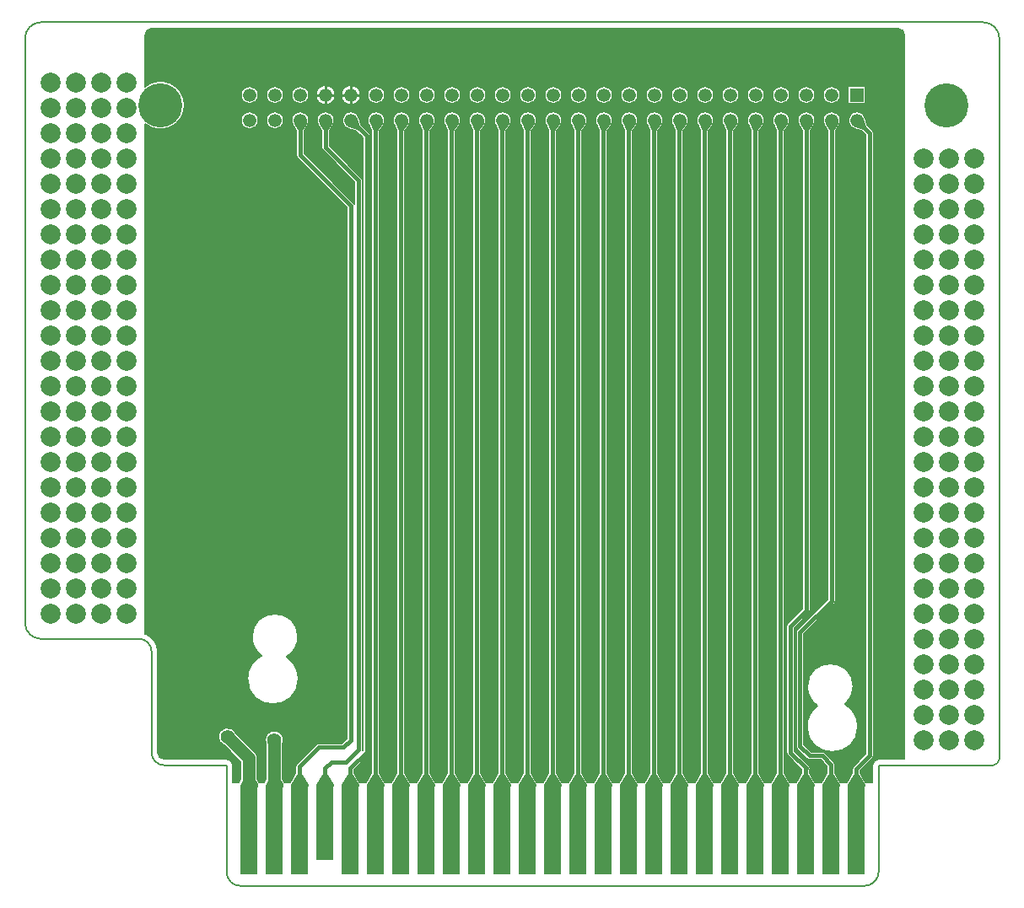
<source format=gbr>
G04 DesignSpark PCB PRO Gerber Version 10.0 Build 5299*
G04 #@! TF.Part,Single*
G04 #@! TF.FileFunction,Copper,L1,Top*
G04 #@! TF.FilePolarity,Positive*
%FSLAX35Y35*%
%MOIN*%
G04 #@! TA.AperFunction,SMDPad,CuDef*
%ADD95R,0.06693X0.29528*%
%ADD94R,0.06693X0.35433*%
G04 #@! TA.AperFunction,ComponentPad*
%ADD120R,0.05250X0.05250*%
G04 #@! TD.AperFunction*
%ADD23C,0.00500*%
%ADD86C,0.01000*%
%ADD89C,0.01500*%
G04 #@! TA.AperFunction,ViaPad*
%ADD92C,0.03200*%
G04 #@! TD.AperFunction*
%ADD88C,0.05000*%
G04 #@! TA.AperFunction,ComponentPad*
%ADD121C,0.05250*%
G04 #@! TA.AperFunction,ViaPad*
%ADD119C,0.05600*%
G04 #@! TA.AperFunction,WasherPad*
%ADD93C,0.07874*%
G04 #@! TA.AperFunction,ComponentPad*
%ADD122C,0.17400*%
G04 #@! TD.AperFunction*
X0Y0D02*
D02*
D23*
X104985Y310815D02*
Y109244D01*
G75*
G02*
X109953Y102207I-2500J-7038D01*
G01*
Y62207D01*
G75*
G03*
X112485Y59675I2531J0D01*
G01*
X137170D01*
G75*
G02*
X139638Y57207I0J-2469D01*
G01*
Y50595D01*
X142037D01*
G75*
G02*
X142239Y51009I3105J-1264D01*
G01*
X142636Y51697D01*
Y58564D01*
X136139Y65061D01*
G75*
G02*
X133832Y68457I1346J3396D01*
G01*
G75*
G02*
X140880Y69802I3652J0D01*
G01*
X148356Y62326D01*
G75*
G02*
X149341Y59953I-2368J-2373D01*
G01*
Y51697D01*
X149738Y51009D01*
G75*
G02*
X149941Y50595I-2903J-1677D01*
G01*
X152037D01*
G75*
G02*
X152239Y51009I3105J-1264D01*
G01*
X152636Y51697D01*
Y65757D01*
G75*
G02*
X152336Y67207I3352J1450D01*
G01*
G75*
G02*
X159641I3652J0D01*
G01*
G75*
G02*
X159341Y65757I-3652J0D01*
G01*
Y51697D01*
X159738Y51009D01*
G75*
G02*
X159941Y50595I-2903J-1677D01*
G01*
X162271D01*
X164386Y54259D01*
Y56661D01*
G75*
G02*
X164857Y57796I1602J0D01*
G01*
X172515Y65454D01*
G75*
G02*
X173650Y65926I1135J-1131D01*
G01*
X182721D01*
X184528Y67733D01*
Y277793D01*
X165104Y297218D01*
G75*
G02*
X164632Y298353I1131J1135D01*
G01*
Y308028D01*
X163246Y310428D01*
G75*
G02*
X162757Y312206I2988J1778D01*
G01*
Y312207D01*
G75*
G02*
X169712I3478J0D01*
G01*
Y312206D01*
G75*
G02*
X169223Y310428I-3477J0D01*
G01*
X167837Y308028D01*
Y299017D01*
X187262Y279592D01*
G75*
G02*
X187648Y278970I-1131J-1135D01*
G01*
Y287793D01*
X175104Y300338D01*
G75*
G02*
X174632Y301473I1131J1135D01*
G01*
Y308028D01*
X173246Y310428D01*
G75*
G02*
X172757Y312206I2988J1778D01*
G01*
Y312207D01*
G75*
G02*
X179712I3478J0D01*
G01*
Y312206D01*
G75*
G02*
X179223Y310428I-3477J0D01*
G01*
X177837Y308028D01*
Y302137D01*
X190382Y289592D01*
G75*
G02*
X190853Y288457I-1131J-1135D01*
G01*
Y63457D01*
G75*
G02*
X190795Y63029I-1603J-1D01*
G01*
X190882Y63117D01*
Y305293D01*
X188056Y308119D01*
X185392Y308833D01*
G75*
G02*
X186235Y315684I843J3374D01*
G01*
G75*
G02*
X189609Y313049I0J-3478D01*
G01*
X190322Y310385D01*
X193616Y307092D01*
G75*
G02*
X194087Y305957I-1131J-1135D01*
G01*
Y62456D01*
G75*
G02*
Y62454I-621J-1D01*
G01*
G75*
G02*
Y62453I-627J0D01*
G01*
G75*
G02*
X193618Y61320I-1602J0D01*
G01*
X187591Y55293D01*
Y54259D01*
X189706Y50595D01*
X192271D01*
X194386Y54259D01*
Y308092D01*
X193142Y310617D01*
G75*
G02*
X196235Y315684I3093J1590D01*
G01*
G75*
G02*
X199100Y310236I0J-3478D01*
G01*
X197591Y307979D01*
Y54259D01*
X199706Y50595D01*
X202271D01*
X204386Y54259D01*
Y308092D01*
X203142Y310617D01*
G75*
G02*
X206235Y315684I3093J1590D01*
G01*
G75*
G02*
X209100Y310236I0J-3478D01*
G01*
X207591Y307979D01*
Y54259D01*
X209706Y50595D01*
X212271D01*
X214386Y54259D01*
Y308092D01*
X213142Y310617D01*
G75*
G02*
X216235Y315684I3093J1590D01*
G01*
G75*
G02*
X219100Y310236I0J-3478D01*
G01*
X217591Y307979D01*
Y54259D01*
X219706Y50595D01*
X222271D01*
X224386Y54259D01*
Y308092D01*
X223142Y310617D01*
G75*
G02*
X226235Y315684I3093J1590D01*
G01*
G75*
G02*
X229100Y310236I0J-3478D01*
G01*
X227591Y307979D01*
Y54259D01*
X229706Y50595D01*
X232271D01*
X234386Y54259D01*
Y308092D01*
X233142Y310617D01*
G75*
G02*
X236235Y315684I3093J1590D01*
G01*
G75*
G02*
X239100Y310236I0J-3478D01*
G01*
X237591Y307979D01*
Y54259D01*
X239706Y50595D01*
X242271D01*
X244386Y54259D01*
Y308092D01*
X243142Y310617D01*
G75*
G02*
X246235Y315684I3093J1590D01*
G01*
G75*
G02*
X249100Y310236I0J-3478D01*
G01*
X247591Y307979D01*
Y54259D01*
X249706Y50595D01*
X252271D01*
X254386Y54259D01*
Y308092D01*
X253142Y310617D01*
G75*
G02*
X256235Y315684I3093J1590D01*
G01*
G75*
G02*
X259100Y310236I0J-3478D01*
G01*
X257591Y307979D01*
Y54259D01*
X259706Y50595D01*
X262271D01*
X264386Y54259D01*
Y308092D01*
X263142Y310617D01*
G75*
G02*
X266235Y315684I3093J1590D01*
G01*
G75*
G02*
X269100Y310236I0J-3478D01*
G01*
X267591Y307979D01*
Y54259D01*
X269706Y50595D01*
X272271D01*
X274386Y54259D01*
Y308092D01*
X273142Y310617D01*
G75*
G02*
X276235Y315684I3093J1590D01*
G01*
G75*
G02*
X279100Y310236I0J-3478D01*
G01*
X277591Y307979D01*
Y54259D01*
X279706Y50595D01*
X282271D01*
X284386Y54259D01*
Y308092D01*
X283142Y310617D01*
G75*
G02*
X286235Y315684I3093J1590D01*
G01*
G75*
G02*
X289100Y310236I0J-3478D01*
G01*
X287591Y307979D01*
Y54259D01*
X289706Y50595D01*
X292271D01*
X294386Y54259D01*
Y308092D01*
X293142Y310617D01*
G75*
G02*
X296235Y315684I3093J1590D01*
G01*
G75*
G02*
X299100Y310236I0J-3478D01*
G01*
X297591Y307979D01*
Y54259D01*
X299706Y50595D01*
X302271D01*
X304386Y54259D01*
Y308092D01*
X303142Y310617D01*
G75*
G02*
X306235Y315684I3093J1590D01*
G01*
G75*
G02*
X309100Y310236I0J-3478D01*
G01*
X307591Y307979D01*
Y54259D01*
X309706Y50595D01*
X312271D01*
X314386Y54259D01*
Y308092D01*
X313142Y310617D01*
G75*
G02*
X316235Y315684I3093J1590D01*
G01*
G75*
G02*
X319100Y310236I0J-3478D01*
G01*
X317591Y307979D01*
Y54259D01*
X319706Y50595D01*
X322271D01*
X324386Y54259D01*
Y308092D01*
X323142Y310617D01*
G75*
G02*
X326235Y315684I3093J1590D01*
G01*
G75*
G02*
X329100Y310236I0J-3478D01*
G01*
X327591Y307979D01*
Y54259D01*
X329706Y50595D01*
X332271D01*
X334386Y54259D01*
Y308092D01*
X333142Y310617D01*
G75*
G02*
X336235Y315684I3093J1590D01*
G01*
G75*
G02*
X339100Y310236I0J-3478D01*
G01*
X337591Y307979D01*
Y54259D01*
X339706Y50595D01*
X342271D01*
X344386Y54259D01*
Y308092D01*
X343142Y310617D01*
G75*
G02*
X346235Y315684I3093J1590D01*
G01*
G75*
G02*
X349100Y310236I0J-3478D01*
G01*
X347591Y307979D01*
Y54259D01*
X349706Y50595D01*
X352271D01*
X354386Y54259D01*
Y308092D01*
X353142Y310617D01*
G75*
G02*
X356235Y315684I3093J1590D01*
G01*
G75*
G02*
X359100Y310236I0J-3478D01*
G01*
X357591Y307979D01*
Y54259D01*
X359706Y50595D01*
X362271D01*
X364386Y54259D01*
Y55539D01*
X358854Y61072D01*
G75*
G02*
X358382Y62207I1131J1135D01*
G01*
Y112207D01*
G75*
G02*
X358854Y113342I1602J0D01*
G01*
X364632Y119120D01*
Y308028D01*
X363246Y310428D01*
G75*
G02*
X362757Y312206I2988J1778D01*
G01*
Y312207D01*
G75*
G02*
X369712I3478J0D01*
G01*
Y312206D01*
G75*
G02*
X369223Y310428I-3477J0D01*
G01*
X367837Y308028D01*
Y118457D01*
G75*
G02*
X367366Y117322I-1602J0D01*
G01*
X361587Y111543D01*
Y62870D01*
X367363Y57094D01*
G75*
G02*
X367591Y55104I-1129J-1137D01*
G01*
Y54259D01*
X369706Y50595D01*
X372271D01*
X374386Y54259D01*
Y56789D01*
X371821Y59354D01*
X367488D01*
G75*
G02*
X366352Y59824I-3J1602D01*
G01*
X362602Y63574D01*
G75*
G02*
X362132Y64707I1133J1133D01*
G01*
G75*
G02*
Y64710I621J2D01*
G01*
Y109707D01*
G75*
G02*
X362604Y110842I1602J0D01*
G01*
X374632Y122870D01*
Y308028D01*
X373246Y310428D01*
G75*
G02*
X372757Y312206I2988J1778D01*
G01*
Y312207D01*
G75*
G02*
X379712I3478J0D01*
G01*
Y312206D01*
G75*
G02*
X379223Y310428I-3477J0D01*
G01*
X377837Y308028D01*
Y122207D01*
G75*
G02*
X377366Y121072I-1602J0D01*
G01*
X365337Y109043D01*
Y65370D01*
X368148Y62559D01*
X372485D01*
G75*
G02*
X373620Y62088I0J-1602D01*
G01*
X377120Y58588D01*
G75*
G02*
X377591Y57453I-1131J-1135D01*
G01*
Y54259D01*
X379706Y50595D01*
X382271D01*
X384386Y54259D01*
Y55711D01*
G75*
G02*
X384857Y56846I1602J0D01*
G01*
X389632Y61620D01*
Y306543D01*
X388056Y308119D01*
X385392Y308833D01*
G75*
G02*
X386235Y315684I843J3374D01*
G01*
G75*
G02*
X389609Y313049I0J-3478D01*
G01*
X390322Y310385D01*
X392366Y308342D01*
G75*
G02*
X392837Y307207I-1131J-1135D01*
G01*
Y60957D01*
G75*
G02*
X392366Y59822I-1602J0D01*
G01*
X387591Y55047D01*
Y54259D01*
X389706Y50595D01*
X392339D01*
Y57207D01*
G75*
G02*
X394807Y59675I2469J0D01*
G01*
X404985D01*
Y345957D01*
G75*
G03*
X402485Y348457I-2500J0D01*
G01*
X107485D01*
G75*
G03*
X104985Y345957I0J-2500D01*
G01*
Y325599D01*
G75*
G02*
X120587Y318207I6050J-7392D01*
G01*
G75*
G02*
X104985Y310815I-9552J0D01*
G01*
X142757Y312207D02*
G75*
G02*
X149712I3478J0D01*
G01*
G75*
G02*
X142757I-3478J0D01*
G01*
X160750Y100054D02*
G75*
G02*
X165542Y91459I-5313J-8595D01*
G01*
G75*
G02*
X145333I-10104J0D01*
G01*
G75*
G02*
X151009Y100541I10104J0D01*
G01*
G75*
G02*
X147144Y107994I5256J7454D01*
G01*
G75*
G02*
X165384I9120J0D01*
G01*
G75*
G02*
X160750Y100054I-9120J0D01*
G01*
X142757Y322207D02*
G75*
G02*
X149712I3478J0D01*
G01*
G75*
G02*
X142757I-3478J0D01*
G01*
X152757Y312207D02*
G75*
G02*
X159712I3478J0D01*
G01*
G75*
G02*
X152757I-3478J0D01*
G01*
Y322207D02*
G75*
G02*
X159712I3478J0D01*
G01*
G75*
G02*
X152757I-3478J0D01*
G01*
X162757D02*
G75*
G02*
X169712I3478J0D01*
G01*
G75*
G02*
X162757I-3478J0D01*
G01*
X172359D02*
G75*
G02*
X180110I3875J0D01*
G01*
G75*
G02*
X172359I-3875J0D01*
G01*
X182359D02*
G75*
G02*
X190110I3875J0D01*
G01*
G75*
G02*
X182359I-3875J0D01*
G01*
X192757D02*
G75*
G02*
X199712I3478J0D01*
G01*
G75*
G02*
X192757I-3478J0D01*
G01*
X202757D02*
G75*
G02*
X209712I3478J0D01*
G01*
G75*
G02*
X202757I-3478J0D01*
G01*
X212757D02*
G75*
G02*
X219712I3478J0D01*
G01*
G75*
G02*
X212757I-3478J0D01*
G01*
X222757D02*
G75*
G02*
X229712I3478J0D01*
G01*
G75*
G02*
X222757I-3478J0D01*
G01*
X232757D02*
G75*
G02*
X239712I3478J0D01*
G01*
G75*
G02*
X232757I-3478J0D01*
G01*
X242757D02*
G75*
G02*
X249712I3478J0D01*
G01*
G75*
G02*
X242757I-3478J0D01*
G01*
X252757D02*
G75*
G02*
X259712I3478J0D01*
G01*
G75*
G02*
X252757I-3478J0D01*
G01*
X262757D02*
G75*
G02*
X269712I3478J0D01*
G01*
G75*
G02*
X262757I-3478J0D01*
G01*
X272757D02*
G75*
G02*
X279712I3478J0D01*
G01*
G75*
G02*
X272757I-3478J0D01*
G01*
X282757D02*
G75*
G02*
X289712I3478J0D01*
G01*
G75*
G02*
X282757I-3478J0D01*
G01*
X292757D02*
G75*
G02*
X299712I3478J0D01*
G01*
G75*
G02*
X292757I-3478J0D01*
G01*
X302757D02*
G75*
G02*
X309712I3478J0D01*
G01*
G75*
G02*
X302757I-3478J0D01*
G01*
X312757D02*
G75*
G02*
X319712I3478J0D01*
G01*
G75*
G02*
X312757I-3478J0D01*
G01*
X322757D02*
G75*
G02*
X329712I3478J0D01*
G01*
G75*
G02*
X322757I-3478J0D01*
G01*
X332757D02*
G75*
G02*
X339712I3478J0D01*
G01*
G75*
G02*
X332757I-3478J0D01*
G01*
X342757D02*
G75*
G02*
X349712I3478J0D01*
G01*
G75*
G02*
X342757I-3478J0D01*
G01*
X352757D02*
G75*
G02*
X359712I3478J0D01*
G01*
G75*
G02*
X352757I-3478J0D01*
G01*
X362757D02*
G75*
G02*
X369712I3478J0D01*
G01*
G75*
G02*
X362757I-3478J0D01*
G01*
X372757D02*
G75*
G02*
X379712I3478J0D01*
G01*
G75*
G02*
X372757I-3478J0D01*
G01*
X382756Y325683D02*
X389713D01*
Y318730D01*
X382756D01*
Y325683D01*
X381574Y81322D02*
G75*
G02*
X386644Y72561I-5035J-8761D01*
G01*
G75*
G02*
X366435I-10104J0D01*
G01*
G75*
G02*
X370616Y80746I10104J0D01*
G01*
G75*
G02*
X366593Y88309I5098J7563D01*
G01*
G75*
G02*
X384833I9120J0D01*
G01*
G75*
G02*
X381574Y81322I-9120J0D01*
G01*
X109953Y62207D02*
G36*
X109953Y62207D02*
Y62206D01*
G75*
G03*
X112485Y59675I2531J0D01*
G01*
X137170D01*
G75*
G02*
X139638Y57207I0J-2468D01*
G01*
Y50845D01*
X142150D01*
G75*
G02*
X142239Y51009I2987J-1513D01*
G01*
X142636Y51697D01*
Y58564D01*
X136139Y65061D01*
G75*
G02*
X133832Y68457I1346J3396D01*
G01*
G75*
G02*
X140880Y69802I3652J0D01*
G01*
X148356Y62326D01*
G75*
G02*
X149341Y59953I-2368J-2373D01*
G01*
Y51697D01*
X149738Y51009D01*
G75*
G02*
X149827Y50845I-2898J-1677D01*
G01*
X152150D01*
G75*
G02*
X152239Y51009I2987J-1513D01*
G01*
X152636Y51697D01*
Y65757D01*
G75*
G02*
X152336Y67207I3361J1452D01*
G01*
G75*
G02*
X159641I3652J0D01*
G01*
G75*
G02*
X159341Y65757I-3661J2D01*
G01*
Y51697D01*
X159738Y51009D01*
G75*
G02*
X159827Y50845I-2898J-1677D01*
G01*
X162415D01*
X164386Y54259D01*
Y56661D01*
Y56662D01*
G75*
G02*
X164857Y57796I1602J0D01*
G01*
X172515Y65454D01*
G75*
G02*
X173650Y65926I1135J-1130D01*
G01*
X182721D01*
X184528Y67733D01*
Y79943D01*
X109953D01*
Y62207D01*
G37*
X187591Y55293D02*
G36*
X187591Y55293D02*
Y54259D01*
X189562Y50845D01*
X192415D01*
X194386Y54259D01*
Y79943D01*
X194087D01*
Y62456D01*
Y62454D01*
Y62453D01*
G75*
G02*
X193618Y61320I-1603J0D01*
G01*
X187591Y55293D01*
G37*
X190853Y63457D02*
G36*
X190853Y63457D02*
G75*
G02*
X190795Y63029I-1612J0D01*
G01*
X190882Y63117D01*
Y79943D01*
X190853D01*
Y63457D01*
G37*
X197591Y79943D02*
G36*
X197591Y79943D02*
Y54259D01*
X199562Y50845D01*
X202415D01*
X204386Y54259D01*
Y79943D01*
X197591D01*
G37*
X207591D02*
G36*
X207591Y79943D02*
Y54259D01*
X209562Y50845D01*
X212415D01*
X214386Y54259D01*
Y79943D01*
X207591D01*
G37*
X217591D02*
G36*
X217591Y79943D02*
Y54259D01*
X219562Y50845D01*
X222415D01*
X224386Y54259D01*
Y79943D01*
X217591D01*
G37*
X227591D02*
G36*
X227591Y79943D02*
Y54259D01*
X229562Y50845D01*
X232415D01*
X234386Y54259D01*
Y79943D01*
X227591D01*
G37*
X237591D02*
G36*
X237591Y79943D02*
Y54259D01*
X239562Y50845D01*
X242415D01*
X244386Y54259D01*
Y79943D01*
X237591D01*
G37*
X247591D02*
G36*
X247591Y79943D02*
Y54259D01*
X249562Y50845D01*
X252415D01*
X254386Y54259D01*
Y79943D01*
X247591D01*
G37*
X257591D02*
G36*
X257591Y79943D02*
Y54259D01*
X259562Y50845D01*
X262415D01*
X264386Y54259D01*
Y79943D01*
X257591D01*
G37*
X267591D02*
G36*
X267591Y79943D02*
Y54259D01*
X269562Y50845D01*
X272415D01*
X274386Y54259D01*
Y79943D01*
X267591D01*
G37*
X277591D02*
G36*
X277591Y79943D02*
Y54259D01*
X279562Y50845D01*
X282415D01*
X284386Y54259D01*
Y79943D01*
X277591D01*
G37*
X287591D02*
G36*
X287591Y79943D02*
Y54259D01*
X289562Y50845D01*
X292415D01*
X294386Y54259D01*
Y79943D01*
X287591D01*
G37*
X297591D02*
G36*
X297591Y79943D02*
Y54259D01*
X299562Y50845D01*
X302415D01*
X304386Y54259D01*
Y79943D01*
X297591D01*
G37*
X307591D02*
G36*
X307591Y79943D02*
Y54259D01*
X309562Y50845D01*
X312415D01*
X314386Y54259D01*
Y79943D01*
X307591D01*
G37*
X317591D02*
G36*
X317591Y79943D02*
Y54259D01*
X319562Y50845D01*
X322415D01*
X324386Y54259D01*
Y79943D01*
X317591D01*
G37*
X327591D02*
G36*
X327591Y79943D02*
Y54259D01*
X329562Y50845D01*
X332415D01*
X334386Y54259D01*
Y79943D01*
X327591D01*
G37*
X337591D02*
G36*
X337591Y79943D02*
Y54259D01*
X339562Y50845D01*
X342415D01*
X344386Y54259D01*
Y79943D01*
X337591D01*
G37*
X347591D02*
G36*
X347591Y79943D02*
Y54259D01*
X349562Y50845D01*
X352415D01*
X354386Y54259D01*
Y79943D01*
X347591D01*
G37*
X357591D02*
G36*
X357591Y79943D02*
Y54259D01*
X359562Y50845D01*
X362415D01*
X364386Y54259D01*
Y55539D01*
X358854Y61072D01*
G75*
G02*
X358382Y62206I1130J1135D01*
G01*
Y62207D01*
Y79943D01*
X357591D01*
G37*
X361587D02*
G36*
X361587Y79943D02*
Y62870D01*
X367363Y57094D01*
G75*
G02*
X367837Y55957I-1128J-1137D01*
G01*
G75*
G02*
X367591Y55104I-1602J0D01*
G01*
Y54259D01*
X369562Y50845D01*
X372415D01*
X374386Y54259D01*
Y56789D01*
X371821Y59354D01*
X367488D01*
G75*
G02*
X366352Y59824I-4J1601D01*
G01*
X362602Y63574D01*
G75*
G02*
X362132Y64707I1133J1133D01*
G01*
Y64707D01*
Y64710D01*
Y79943D01*
X361587D01*
G37*
X365337D02*
G36*
X365337Y79943D02*
Y65370D01*
X368148Y62559D01*
X372485D01*
G75*
G02*
X373620Y62088I0J-1602D01*
G01*
X377120Y58588D01*
G75*
G02*
X377591Y57453I-1130J-1135D01*
G01*
Y57453D01*
Y54259D01*
X379562Y50845D01*
X382415D01*
X384386Y54259D01*
Y55711D01*
Y55711D01*
G75*
G02*
X384857Y56846I1602J0D01*
G01*
X389632Y61620D01*
Y79943D01*
X383439D01*
G75*
G02*
X386644Y72562I-6898J-7381D01*
G01*
G75*
G02*
Y72561I-15038J0D01*
G01*
G75*
G02*
X366435I-10104J0D01*
G01*
G75*
G02*
X369640Y79943I10105J0D01*
G01*
X365337D01*
G37*
X387591Y55047D02*
G36*
X387591Y55047D02*
Y54259D01*
X389562Y50845D01*
X392339D01*
Y57207D01*
G75*
G02*
X394807Y59675I2469J1D01*
G01*
X404735D01*
Y79943D01*
X392837D01*
Y60957D01*
Y60956D01*
G75*
G02*
X392366Y59822I-1602J0D01*
G01*
X387591Y55047D01*
G37*
X109953Y99234D02*
G36*
X109953Y99234D02*
Y79943D01*
X184528D01*
Y99234D01*
X161890D01*
G75*
G02*
X165542Y91459I-6452J-7775D01*
G01*
Y91459D01*
G75*
G02*
X145333I-10104J0D01*
G01*
Y91459D01*
G75*
G02*
X148985Y99234I10104J0D01*
G01*
X109953D01*
G37*
X190853D02*
G36*
X190853Y99234D02*
Y79943D01*
X190882D01*
Y99234D01*
X190853D01*
G37*
X194087D02*
G36*
X194087Y99234D02*
Y79943D01*
X194386D01*
Y99234D01*
X194087D01*
G37*
X197591D02*
G36*
X197591Y99234D02*
Y79943D01*
X204386D01*
Y99234D01*
X197591D01*
G37*
X207591D02*
G36*
X207591Y99234D02*
Y79943D01*
X214386D01*
Y99234D01*
X207591D01*
G37*
X217591D02*
G36*
X217591Y99234D02*
Y79943D01*
X224386D01*
Y99234D01*
X217591D01*
G37*
X227591D02*
G36*
X227591Y99234D02*
Y79943D01*
X234386D01*
Y99234D01*
X227591D01*
G37*
X237591D02*
G36*
X237591Y99234D02*
Y79943D01*
X244386D01*
Y99234D01*
X237591D01*
G37*
X247591D02*
G36*
X247591Y99234D02*
Y79943D01*
X254386D01*
Y99234D01*
X247591D01*
G37*
X257591D02*
G36*
X257591Y99234D02*
Y79943D01*
X264386D01*
Y99234D01*
X257591D01*
G37*
X267591D02*
G36*
X267591Y99234D02*
Y79943D01*
X274386D01*
Y99234D01*
X267591D01*
G37*
X277591D02*
G36*
X277591Y99234D02*
Y79943D01*
X284386D01*
Y99234D01*
X277591D01*
G37*
X287591D02*
G36*
X287591Y99234D02*
Y79943D01*
X294386D01*
Y99234D01*
X287591D01*
G37*
X297591D02*
G36*
X297591Y99234D02*
Y79943D01*
X304386D01*
Y99234D01*
X297591D01*
G37*
X307591D02*
G36*
X307591Y99234D02*
Y79943D01*
X314386D01*
Y99234D01*
X307591D01*
G37*
X317591D02*
G36*
X317591Y99234D02*
Y79943D01*
X324386D01*
Y99234D01*
X317591D01*
G37*
X327591D02*
G36*
X327591Y99234D02*
Y79943D01*
X334386D01*
Y99234D01*
X327591D01*
G37*
X337591D02*
G36*
X337591Y99234D02*
Y79943D01*
X344386D01*
Y99234D01*
X337591D01*
G37*
X347591D02*
G36*
X347591Y99234D02*
Y79943D01*
X354386D01*
Y99234D01*
X347591D01*
G37*
X357591D02*
G36*
X357591Y99234D02*
Y79943D01*
X358382D01*
Y99234D01*
X357591D01*
G37*
X361587D02*
G36*
X361587Y99234D02*
Y79943D01*
X362132D01*
Y99234D01*
X361587D01*
G37*
X365337D02*
G36*
X365337Y99234D02*
Y79943D01*
X369640D01*
G75*
G02*
X370616Y80746I6900J-7384D01*
G01*
G75*
G02*
X366593Y88309I5098J7563D01*
G01*
G75*
G02*
X384833I9120J0D01*
G01*
Y88309D01*
G75*
G02*
X381574Y81322I-9120J0D01*
G01*
G75*
G02*
X383439Y79943I-5034J-8760D01*
G01*
X389632D01*
Y99234D01*
X365337D01*
G37*
X392837D02*
G36*
X392837Y99234D02*
Y79943D01*
X404735D01*
Y99234D01*
X392837D01*
G37*
X105235Y310617D02*
G36*
X105235Y310617D02*
Y109151D01*
G75*
G02*
X109953Y102207I-2750J-6944D01*
G01*
Y99234D01*
X148985D01*
G75*
G02*
X151009Y100541I6452J-7776D01*
G01*
G75*
G02*
X147144Y107994I5256J7454D01*
G01*
G75*
G02*
X165384I9120J0D01*
G01*
G75*
G02*
X160750Y100054I-9120J0D01*
G01*
G75*
G02*
X161890Y99234I-5313J-8596D01*
G01*
X184528D01*
Y277793D01*
X165104Y297218D01*
G75*
G02*
X164632Y298352I1130J1135D01*
G01*
Y298353D01*
Y308028D01*
X163246Y310428D01*
G75*
G02*
X162757Y312206I2986J1778D01*
G01*
Y312206D01*
Y312207D01*
X159712D01*
G75*
G02*
X152757I-3478J0D01*
G01*
X149712D01*
G75*
G02*
X142757I-3478J0D01*
G01*
X118467D01*
G75*
G02*
X105235Y310617I-7433J6000D01*
G01*
G37*
X167837Y308028D02*
G36*
X167837Y308028D02*
Y299017D01*
X187262Y279592D01*
G75*
G02*
X187648Y278970I-1133J-1136D01*
G01*
Y287793D01*
X175104Y300338D01*
G75*
G02*
X174632Y301472I1130J1135D01*
G01*
Y301473D01*
Y308028D01*
X173246Y310428D01*
G75*
G02*
X172757Y312206I2986J1778D01*
G01*
Y312206D01*
Y312207D01*
X169712D01*
Y312206D01*
Y312206D01*
G75*
G02*
X169223Y310428I-3475J0D01*
G01*
X167837Y308028D01*
G37*
X177837D02*
G36*
X177837Y308028D02*
Y302137D01*
X190382Y289592D01*
G75*
G02*
X190853Y288457I-1130J-1135D01*
G01*
Y288457D01*
Y99234D01*
X190882D01*
Y305293D01*
X188056Y308119D01*
X185392Y308833D01*
G75*
G02*
X182757Y312207I843J3374D01*
G01*
X179712D01*
Y312206D01*
Y312206D01*
G75*
G02*
X179223Y310428I-3475J0D01*
G01*
X177837Y308028D01*
G37*
X189834Y312207D02*
G36*
X189834Y312207D02*
X190322Y310385D01*
X193616Y307092D01*
G75*
G02*
X194087Y305957I-1130J-1135D01*
G01*
Y305957D01*
Y99234D01*
X194386D01*
Y308092D01*
X193142Y310617D01*
G75*
G02*
X192757Y312207I3093J1591D01*
G01*
X189834D01*
G37*
X197591Y307979D02*
G36*
X197591Y307979D02*
Y99234D01*
X204386D01*
Y308092D01*
X203142Y310617D01*
G75*
G02*
X202757Y312207I3093J1591D01*
G01*
X199712D01*
G75*
G02*
X199100Y310236I-3478J0D01*
G01*
X197591Y307979D01*
G37*
X207591D02*
G36*
X207591Y307979D02*
Y99234D01*
X214386D01*
Y308092D01*
X213142Y310617D01*
G75*
G02*
X212757Y312207I3093J1591D01*
G01*
X209712D01*
G75*
G02*
X209100Y310236I-3478J0D01*
G01*
X207591Y307979D01*
G37*
X217591D02*
G36*
X217591Y307979D02*
Y99234D01*
X224386D01*
Y308092D01*
X223142Y310617D01*
G75*
G02*
X222757Y312207I3093J1591D01*
G01*
X219712D01*
G75*
G02*
X219100Y310236I-3478J0D01*
G01*
X217591Y307979D01*
G37*
X227591D02*
G36*
X227591Y307979D02*
Y99234D01*
X234386D01*
Y308092D01*
X233142Y310617D01*
G75*
G02*
X232757Y312207I3093J1591D01*
G01*
X229712D01*
G75*
G02*
X229100Y310236I-3478J0D01*
G01*
X227591Y307979D01*
G37*
X237591D02*
G36*
X237591Y307979D02*
Y99234D01*
X244386D01*
Y308092D01*
X243142Y310617D01*
G75*
G02*
X242757Y312207I3093J1591D01*
G01*
X239712D01*
G75*
G02*
X239100Y310236I-3478J0D01*
G01*
X237591Y307979D01*
G37*
X247591D02*
G36*
X247591Y307979D02*
Y99234D01*
X254386D01*
Y308092D01*
X253142Y310617D01*
G75*
G02*
X252757Y312207I3093J1591D01*
G01*
X249712D01*
G75*
G02*
X249100Y310236I-3478J0D01*
G01*
X247591Y307979D01*
G37*
X257591D02*
G36*
X257591Y307979D02*
Y99234D01*
X264386D01*
Y308092D01*
X263142Y310617D01*
G75*
G02*
X262757Y312207I3093J1591D01*
G01*
X259712D01*
G75*
G02*
X259100Y310236I-3478J0D01*
G01*
X257591Y307979D01*
G37*
X267591D02*
G36*
X267591Y307979D02*
Y99234D01*
X274386D01*
Y308092D01*
X273142Y310617D01*
G75*
G02*
X272757Y312207I3093J1591D01*
G01*
X269712D01*
G75*
G02*
X269100Y310236I-3478J0D01*
G01*
X267591Y307979D01*
G37*
X277591D02*
G36*
X277591Y307979D02*
Y99234D01*
X284386D01*
Y308092D01*
X283142Y310617D01*
G75*
G02*
X282757Y312207I3093J1591D01*
G01*
X279712D01*
G75*
G02*
X279100Y310236I-3478J0D01*
G01*
X277591Y307979D01*
G37*
X287591D02*
G36*
X287591Y307979D02*
Y99234D01*
X294386D01*
Y308092D01*
X293142Y310617D01*
G75*
G02*
X292757Y312207I3093J1591D01*
G01*
X289712D01*
G75*
G02*
X289100Y310236I-3478J0D01*
G01*
X287591Y307979D01*
G37*
X297591D02*
G36*
X297591Y307979D02*
Y99234D01*
X304386D01*
Y308092D01*
X303142Y310617D01*
G75*
G02*
X302757Y312207I3093J1591D01*
G01*
X299712D01*
G75*
G02*
X299100Y310236I-3478J0D01*
G01*
X297591Y307979D01*
G37*
X307591D02*
G36*
X307591Y307979D02*
Y99234D01*
X314386D01*
Y308092D01*
X313142Y310617D01*
G75*
G02*
X312757Y312207I3093J1591D01*
G01*
X309712D01*
G75*
G02*
X309100Y310236I-3478J0D01*
G01*
X307591Y307979D01*
G37*
X317591D02*
G36*
X317591Y307979D02*
Y99234D01*
X324386D01*
Y308092D01*
X323142Y310617D01*
G75*
G02*
X322757Y312207I3093J1591D01*
G01*
X319712D01*
G75*
G02*
X319100Y310236I-3478J0D01*
G01*
X317591Y307979D01*
G37*
X327591D02*
G36*
X327591Y307979D02*
Y99234D01*
X334386D01*
Y308092D01*
X333142Y310617D01*
G75*
G02*
X332757Y312207I3093J1591D01*
G01*
X329712D01*
G75*
G02*
X329100Y310236I-3478J0D01*
G01*
X327591Y307979D01*
G37*
X337591D02*
G36*
X337591Y307979D02*
Y99234D01*
X344386D01*
Y308092D01*
X343142Y310617D01*
G75*
G02*
X342757Y312207I3093J1591D01*
G01*
X339712D01*
G75*
G02*
X339100Y310236I-3478J0D01*
G01*
X337591Y307979D01*
G37*
X347591D02*
G36*
X347591Y307979D02*
Y99234D01*
X354386D01*
Y308092D01*
X353142Y310617D01*
G75*
G02*
X352757Y312207I3093J1591D01*
G01*
X349712D01*
G75*
G02*
X349100Y310236I-3478J0D01*
G01*
X347591Y307979D01*
G37*
X357591D02*
G36*
X357591Y307979D02*
Y99234D01*
X358382D01*
Y112207D01*
Y112207D01*
G75*
G02*
X358854Y113342I1602J0D01*
G01*
X364632Y119120D01*
Y308028D01*
X363246Y310428D01*
G75*
G02*
X362757Y312206I2986J1778D01*
G01*
Y312206D01*
Y312207D01*
X359712D01*
G75*
G02*
X359100Y310236I-3478J0D01*
G01*
X357591Y307979D01*
G37*
X361587Y111543D02*
G36*
X361587Y111543D02*
Y99234D01*
X362132D01*
Y109707D01*
Y109707D01*
G75*
G02*
X362604Y110842I1602J0D01*
G01*
X374632Y122870D01*
Y308028D01*
X373246Y310428D01*
G75*
G02*
X372757Y312206I2986J1778D01*
G01*
Y312206D01*
Y312207D01*
X369712D01*
Y312206D01*
Y312206D01*
G75*
G02*
X369223Y310428I-3475J0D01*
G01*
X367837Y308028D01*
Y118457D01*
Y118456D01*
G75*
G02*
X367366Y117322I-1602J0D01*
G01*
X361587Y111543D01*
G37*
X365337Y109043D02*
G36*
X365337Y109043D02*
Y99234D01*
X389632D01*
Y306543D01*
X388056Y308119D01*
X385392Y308833D01*
G75*
G02*
X382757Y312207I843J3374D01*
G01*
X379712D01*
Y312206D01*
Y312206D01*
G75*
G02*
X379223Y310428I-3475J0D01*
G01*
X377837Y308028D01*
Y122207D01*
Y122206D01*
G75*
G02*
X377366Y121072I-1602J0D01*
G01*
X365337Y109043D01*
G37*
X389834Y312207D02*
G36*
X389834Y312207D02*
X390322Y310385D01*
X392366Y308342D01*
G75*
G02*
X392837Y307207I-1130J-1135D01*
G01*
Y307207D01*
Y99234D01*
X404735D01*
Y312207D01*
X389834D01*
G37*
X120587Y318207D02*
G36*
X120587Y318207D02*
G75*
G02*
X118467Y312207I-9552J0D01*
G01*
X142757D01*
G75*
G02*
X149712I3478J0D01*
G01*
X152757D01*
G75*
G02*
X159712I3478J0D01*
G01*
X162757D01*
G75*
G02*
X169712I3478J0D01*
G01*
X172757D01*
G75*
G02*
X179712I3478J0D01*
G01*
X182757D01*
G75*
G02*
X186235Y315684I3478J0D01*
G01*
G75*
G02*
X189609Y313049I0J-3477D01*
G01*
X189834Y312207D01*
X192757D01*
G75*
G02*
X196235Y315684I3478J0D01*
G01*
G75*
G02*
X199712Y312207I0J-3478D01*
G01*
X202757D01*
G75*
G02*
X206235Y315684I3478J0D01*
G01*
G75*
G02*
X209712Y312207I0J-3478D01*
G01*
X212757D01*
G75*
G02*
X216235Y315684I3478J0D01*
G01*
G75*
G02*
X219712Y312207I0J-3478D01*
G01*
X222757D01*
G75*
G02*
X226235Y315684I3478J0D01*
G01*
G75*
G02*
X229712Y312207I0J-3478D01*
G01*
X232757D01*
G75*
G02*
X236235Y315684I3478J0D01*
G01*
G75*
G02*
X239712Y312207I0J-3478D01*
G01*
X242757D01*
G75*
G02*
X246235Y315684I3478J0D01*
G01*
G75*
G02*
X249712Y312207I0J-3478D01*
G01*
X252757D01*
G75*
G02*
X256235Y315684I3478J0D01*
G01*
G75*
G02*
X259712Y312207I0J-3478D01*
G01*
X262757D01*
G75*
G02*
X266235Y315684I3478J0D01*
G01*
G75*
G02*
X269712Y312207I0J-3478D01*
G01*
X272757D01*
G75*
G02*
X276235Y315684I3478J0D01*
G01*
G75*
G02*
X279712Y312207I0J-3478D01*
G01*
X282757D01*
G75*
G02*
X286235Y315684I3478J0D01*
G01*
G75*
G02*
X289712Y312207I0J-3478D01*
G01*
X292757D01*
G75*
G02*
X296235Y315684I3478J0D01*
G01*
G75*
G02*
X299712Y312207I0J-3478D01*
G01*
X302757D01*
G75*
G02*
X306235Y315684I3478J0D01*
G01*
G75*
G02*
X309712Y312207I0J-3478D01*
G01*
X312757D01*
G75*
G02*
X316235Y315684I3478J0D01*
G01*
G75*
G02*
X319712Y312207I0J-3478D01*
G01*
X322757D01*
G75*
G02*
X326235Y315684I3478J0D01*
G01*
G75*
G02*
X329712Y312207I0J-3478D01*
G01*
X332757D01*
G75*
G02*
X336235Y315684I3478J0D01*
G01*
G75*
G02*
X339712Y312207I0J-3478D01*
G01*
X342757D01*
G75*
G02*
X346235Y315684I3478J0D01*
G01*
G75*
G02*
X349712Y312207I0J-3478D01*
G01*
X352757D01*
G75*
G02*
X356235Y315684I3478J0D01*
G01*
G75*
G02*
X359712Y312207I0J-3478D01*
G01*
X362757D01*
G75*
G02*
X369712I3478J0D01*
G01*
X372757D01*
G75*
G02*
X379712I3478J0D01*
G01*
X382757D01*
G75*
G02*
X386235Y315684I3478J0D01*
G01*
G75*
G02*
X389609Y313049I0J-3477D01*
G01*
X389834Y312207D01*
X404735D01*
Y322207D01*
X389713D01*
Y318730D01*
X382756D01*
Y322207D01*
X379712D01*
G75*
G02*
X372757I-3478J0D01*
G01*
X369712D01*
G75*
G02*
X362757I-3478J0D01*
G01*
X359712D01*
G75*
G02*
X352757I-3478J0D01*
G01*
X349712D01*
G75*
G02*
X342757I-3478J0D01*
G01*
X339712D01*
G75*
G02*
X332757I-3478J0D01*
G01*
X329712D01*
G75*
G02*
X322757I-3478J0D01*
G01*
X319712D01*
G75*
G02*
X312757I-3478J0D01*
G01*
X309712D01*
G75*
G02*
X302757I-3478J0D01*
G01*
X299712D01*
G75*
G02*
X292757I-3478J0D01*
G01*
X289712D01*
G75*
G02*
X282757I-3478J0D01*
G01*
X279712D01*
G75*
G02*
X272757I-3478J0D01*
G01*
X269712D01*
G75*
G02*
X262757I-3478J0D01*
G01*
X259712D01*
G75*
G02*
X252757I-3478J0D01*
G01*
X249712D01*
G75*
G02*
X242757I-3478J0D01*
G01*
X239712D01*
G75*
G02*
X232757I-3478J0D01*
G01*
X229712D01*
G75*
G02*
X222757I-3478J0D01*
G01*
X219712D01*
G75*
G02*
X212757I-3478J0D01*
G01*
X209712D01*
G75*
G02*
X202757I-3478J0D01*
G01*
X199712D01*
G75*
G02*
X192757I-3478J0D01*
G01*
X190110D01*
G75*
G02*
X182359I-3875J0D01*
G01*
X180110D01*
G75*
G02*
X172359I-3875J0D01*
G01*
X169712D01*
G75*
G02*
X162757I-3478J0D01*
G01*
X159712D01*
G75*
G02*
X152757I-3478J0D01*
G01*
X149712D01*
G75*
G02*
X142757I-3478J0D01*
G01*
X119709D01*
G75*
G02*
X120587Y318207I-8675J-4000D01*
G01*
G37*
X105235Y347046D02*
G36*
X105235Y347046D02*
Y325796D01*
G75*
G02*
X119709Y322207I5800J-7590D01*
G01*
X142757D01*
G75*
G02*
X149712I3478J0D01*
G01*
X152757D01*
G75*
G02*
X159712I3478J0D01*
G01*
X162757D01*
G75*
G02*
X169712I3478J0D01*
G01*
X172359D01*
G75*
G02*
X180110I3875J0D01*
G01*
X182359D01*
G75*
G02*
X190110I3875J0D01*
G01*
X192757D01*
G75*
G02*
X199712I3478J0D01*
G01*
X202757D01*
G75*
G02*
X209712I3478J0D01*
G01*
X212757D01*
G75*
G02*
X219712I3478J0D01*
G01*
X222757D01*
G75*
G02*
X229712I3478J0D01*
G01*
X232757D01*
G75*
G02*
X239712I3478J0D01*
G01*
X242757D01*
G75*
G02*
X249712I3478J0D01*
G01*
X252757D01*
G75*
G02*
X259712I3478J0D01*
G01*
X262757D01*
G75*
G02*
X269712I3478J0D01*
G01*
X272757D01*
G75*
G02*
X279712I3478J0D01*
G01*
X282757D01*
G75*
G02*
X289712I3478J0D01*
G01*
X292757D01*
G75*
G02*
X299712I3478J0D01*
G01*
X302757D01*
G75*
G02*
X309712I3478J0D01*
G01*
X312757D01*
G75*
G02*
X319712I3478J0D01*
G01*
X322757D01*
G75*
G02*
X329712I3478J0D01*
G01*
X332757D01*
G75*
G02*
X339712I3478J0D01*
G01*
X342757D01*
G75*
G02*
X349712I3478J0D01*
G01*
X352757D01*
G75*
G02*
X359712I3478J0D01*
G01*
X362757D01*
G75*
G02*
X369712I3478J0D01*
G01*
X372757D01*
G75*
G02*
X379712I3478J0D01*
G01*
X382756D01*
Y325683D01*
X389713D01*
Y322207D01*
X404735D01*
Y347046D01*
G75*
G03*
X403574Y348207I-2250J-1090D01*
G01*
X106395D01*
G75*
G03*
X105235Y347046I1090J-2250D01*
G01*
G37*
X142450Y9569D02*
G75*
G02*
X137170Y14849I0J5280D01*
G01*
Y57207D01*
X112485D01*
G75*
G02*
X107485Y62207I0J5000D01*
G01*
Y102207D01*
G75*
G03*
X102485Y107207I-5000J0D01*
G01*
X63735D01*
G75*
G02*
X57485Y113457I0J6250D01*
G01*
Y344707D01*
G75*
G02*
X63735Y350957I6250J0D01*
G01*
X436235D01*
G75*
G02*
X442485Y344707I0J-6250D01*
G01*
Y59707D01*
G75*
G02*
X439985Y57207I-2500J0D01*
G01*
X394807D01*
Y15066D01*
G75*
G02*
X389310Y9569I-5497J0D01*
G01*
X142450D01*
D02*
D86*
X174109Y322207D02*
X172109D01*
X176235Y320081D02*
Y318081D01*
Y324332D02*
Y326332D01*
X178360Y322207D02*
X180360D01*
X184109D02*
X182109D01*
X186235Y320081D02*
Y318081D01*
Y324332D02*
Y326332D01*
X188360Y322207D02*
X190360D01*
D02*
D88*
X137485Y68457D02*
X145989Y59953D01*
Y31616D01*
Y50799D02*
X145142Y49333D01*
X146835D01*
X145989Y50799D01*
G36*
X145989Y50799D02*
X145142Y49333D01*
X146835D01*
X145989Y50799D01*
G37*
X155989D02*
X155142Y49333D01*
X156835D01*
X155989Y50799D01*
G36*
X155989Y50799D02*
X155142Y49333D01*
X156835D01*
X155989Y50799D01*
G37*
Y67207D02*
Y31616D01*
D02*
D89*
X165989Y53830D02*
X163392Y49333D01*
X168585D01*
X165989Y53830D01*
G36*
X165989Y53830D02*
X163392Y49333D01*
X168585D01*
X165989Y53830D01*
G37*
X166235Y308457D02*
X164611Y311269D01*
G75*
G03*
X167858I1624J937D01*
G01*
X166235Y308457D01*
G36*
X166235Y308457D02*
X164611Y311269D01*
G75*
G03*
X167858I1624J937D01*
G01*
X166235Y308457D01*
G37*
Y312207D02*
Y298353D01*
X186131Y278457D01*
Y67069D01*
X183385Y64323D01*
X173650D01*
X165989Y56661D01*
Y31616D01*
X175989Y34569D02*
Y55957D01*
X178489Y58457D01*
X184251D01*
X189251Y63457D01*
Y288457D01*
X176235Y301473D01*
Y312207D01*
X175989Y53830D02*
X173392Y49333D01*
X178585D01*
X175989Y53830D01*
G36*
X175989Y53830D02*
X173392Y49333D01*
X178585D01*
X175989Y53830D01*
G37*
X176235Y308457D02*
X174611Y311269D01*
G75*
G03*
X177858I1624J937D01*
G01*
X176235Y308457D01*
G36*
X176235Y308457D02*
X174611Y311269D01*
G75*
G03*
X177858I1624J937D01*
G01*
X176235Y308457D01*
G37*
X185989Y31616D02*
Y55957D01*
X192485Y62453D01*
Y305957D01*
X186235Y312207D01*
X185989Y53830D02*
X183392Y49333D01*
X188585D01*
X185989Y53830D01*
G36*
X185989Y53830D02*
X183392Y49333D01*
X188585D01*
X185989Y53830D01*
G37*
X188886Y309556D02*
X185750Y310396D01*
G75*
G03*
X188046Y312692I485J1811D01*
G01*
X188886Y309556D01*
G36*
X188886Y309556D02*
X185750Y310396D01*
G75*
G03*
X188046Y312692I485J1811D01*
G01*
X188886Y309556D01*
G37*
X195989Y31616D02*
Y311961D01*
X196235Y312207D01*
X195989Y53830D02*
X193392Y49333D01*
X198585D01*
X195989Y53830D01*
G36*
X195989Y53830D02*
X193392Y49333D01*
X198585D01*
X195989Y53830D01*
G37*
Y308465D02*
X194553Y311378D01*
G75*
G03*
X197793Y311165I1681J829D01*
G01*
X195989Y308465D01*
G36*
X195989Y308465D02*
X194553Y311378D01*
G75*
G03*
X197793Y311165I1681J829D01*
G01*
X195989Y308465D01*
G37*
X205989Y31616D02*
Y311961D01*
X206235Y312207D01*
X205989Y53830D02*
X203392Y49333D01*
X208585D01*
X205989Y53830D01*
G36*
X205989Y53830D02*
X203392Y49333D01*
X208585D01*
X205989Y53830D01*
G37*
Y308465D02*
X204553Y311378D01*
G75*
G03*
X207793Y311165I1681J829D01*
G01*
X205989Y308465D01*
G36*
X205989Y308465D02*
X204553Y311378D01*
G75*
G03*
X207793Y311165I1681J829D01*
G01*
X205989Y308465D01*
G37*
X215989Y31616D02*
Y311961D01*
X216235Y312207D01*
X215989Y53830D02*
X213392Y49333D01*
X218585D01*
X215989Y53830D01*
G36*
X215989Y53830D02*
X213392Y49333D01*
X218585D01*
X215989Y53830D01*
G37*
Y308465D02*
X214553Y311378D01*
G75*
G03*
X217793Y311165I1681J829D01*
G01*
X215989Y308465D01*
G36*
X215989Y308465D02*
X214553Y311378D01*
G75*
G03*
X217793Y311165I1681J829D01*
G01*
X215989Y308465D01*
G37*
X225989Y31616D02*
Y311961D01*
X226235Y312207D01*
X225989Y53830D02*
X223392Y49333D01*
X228585D01*
X225989Y53830D01*
G36*
X225989Y53830D02*
X223392Y49333D01*
X228585D01*
X225989Y53830D01*
G37*
Y308465D02*
X224553Y311378D01*
G75*
G03*
X227793Y311165I1681J829D01*
G01*
X225989Y308465D01*
G36*
X225989Y308465D02*
X224553Y311378D01*
G75*
G03*
X227793Y311165I1681J829D01*
G01*
X225989Y308465D01*
G37*
X235989Y31616D02*
Y311961D01*
X236235Y312207D01*
X235989Y53830D02*
X233392Y49333D01*
X238585D01*
X235989Y53830D01*
G36*
X235989Y53830D02*
X233392Y49333D01*
X238585D01*
X235989Y53830D01*
G37*
Y308465D02*
X234553Y311378D01*
G75*
G03*
X237793Y311165I1681J829D01*
G01*
X235989Y308465D01*
G36*
X235989Y308465D02*
X234553Y311378D01*
G75*
G03*
X237793Y311165I1681J829D01*
G01*
X235989Y308465D01*
G37*
X245989Y31616D02*
Y311961D01*
X246235Y312207D01*
X245989Y53830D02*
X243392Y49333D01*
X248585D01*
X245989Y53830D01*
G36*
X245989Y53830D02*
X243392Y49333D01*
X248585D01*
X245989Y53830D01*
G37*
Y308465D02*
X244553Y311378D01*
G75*
G03*
X247793Y311165I1681J829D01*
G01*
X245989Y308465D01*
G36*
X245989Y308465D02*
X244553Y311378D01*
G75*
G03*
X247793Y311165I1681J829D01*
G01*
X245989Y308465D01*
G37*
X255989Y31616D02*
Y311961D01*
X256235Y312207D01*
X255989Y53830D02*
X253392Y49333D01*
X258585D01*
X255989Y53830D01*
G36*
X255989Y53830D02*
X253392Y49333D01*
X258585D01*
X255989Y53830D01*
G37*
Y308465D02*
X254553Y311378D01*
G75*
G03*
X257793Y311165I1681J829D01*
G01*
X255989Y308465D01*
G36*
X255989Y308465D02*
X254553Y311378D01*
G75*
G03*
X257793Y311165I1681J829D01*
G01*
X255989Y308465D01*
G37*
X265989Y31616D02*
Y311961D01*
X266235Y312207D01*
X265989Y53830D02*
X263392Y49333D01*
X268585D01*
X265989Y53830D01*
G36*
X265989Y53830D02*
X263392Y49333D01*
X268585D01*
X265989Y53830D01*
G37*
Y308465D02*
X264553Y311378D01*
G75*
G03*
X267793Y311165I1681J829D01*
G01*
X265989Y308465D01*
G36*
X265989Y308465D02*
X264553Y311378D01*
G75*
G03*
X267793Y311165I1681J829D01*
G01*
X265989Y308465D01*
G37*
X275989Y31616D02*
Y311961D01*
X276235Y312207D01*
X275989Y53830D02*
X273392Y49333D01*
X278585D01*
X275989Y53830D01*
G36*
X275989Y53830D02*
X273392Y49333D01*
X278585D01*
X275989Y53830D01*
G37*
Y308465D02*
X274553Y311378D01*
G75*
G03*
X277793Y311165I1681J829D01*
G01*
X275989Y308465D01*
G36*
X275989Y308465D02*
X274553Y311378D01*
G75*
G03*
X277793Y311165I1681J829D01*
G01*
X275989Y308465D01*
G37*
X285989Y31616D02*
Y311961D01*
X286235Y312207D01*
X285989Y53830D02*
X283392Y49333D01*
X288585D01*
X285989Y53830D01*
G36*
X285989Y53830D02*
X283392Y49333D01*
X288585D01*
X285989Y53830D01*
G37*
Y308465D02*
X284553Y311378D01*
G75*
G03*
X287793Y311165I1681J829D01*
G01*
X285989Y308465D01*
G36*
X285989Y308465D02*
X284553Y311378D01*
G75*
G03*
X287793Y311165I1681J829D01*
G01*
X285989Y308465D01*
G37*
X295989Y31616D02*
Y311961D01*
X296235Y312207D01*
X295989Y53830D02*
X293392Y49333D01*
X298585D01*
X295989Y53830D01*
G36*
X295989Y53830D02*
X293392Y49333D01*
X298585D01*
X295989Y53830D01*
G37*
Y308465D02*
X294553Y311378D01*
G75*
G03*
X297793Y311165I1681J829D01*
G01*
X295989Y308465D01*
G36*
X295989Y308465D02*
X294553Y311378D01*
G75*
G03*
X297793Y311165I1681J829D01*
G01*
X295989Y308465D01*
G37*
X305989Y31616D02*
Y311961D01*
X306235Y312207D01*
X305989Y53830D02*
X303392Y49333D01*
X308585D01*
X305989Y53830D01*
G36*
X305989Y53830D02*
X303392Y49333D01*
X308585D01*
X305989Y53830D01*
G37*
Y308465D02*
X304553Y311378D01*
G75*
G03*
X307793Y311165I1681J829D01*
G01*
X305989Y308465D01*
G36*
X305989Y308465D02*
X304553Y311378D01*
G75*
G03*
X307793Y311165I1681J829D01*
G01*
X305989Y308465D01*
G37*
X315989Y31616D02*
Y311961D01*
X316235Y312207D01*
X315989Y53830D02*
X313392Y49333D01*
X318585D01*
X315989Y53830D01*
G36*
X315989Y53830D02*
X313392Y49333D01*
X318585D01*
X315989Y53830D01*
G37*
Y308465D02*
X314553Y311378D01*
G75*
G03*
X317793Y311165I1681J829D01*
G01*
X315989Y308465D01*
G36*
X315989Y308465D02*
X314553Y311378D01*
G75*
G03*
X317793Y311165I1681J829D01*
G01*
X315989Y308465D01*
G37*
X325989Y31616D02*
Y311961D01*
X326235Y312207D01*
X325989Y53830D02*
X323392Y49333D01*
X328585D01*
X325989Y53830D01*
G36*
X325989Y53830D02*
X323392Y49333D01*
X328585D01*
X325989Y53830D01*
G37*
Y308465D02*
X324553Y311378D01*
G75*
G03*
X327793Y311165I1681J829D01*
G01*
X325989Y308465D01*
G36*
X325989Y308465D02*
X324553Y311378D01*
G75*
G03*
X327793Y311165I1681J829D01*
G01*
X325989Y308465D01*
G37*
X335989Y31616D02*
Y311961D01*
X336235Y312207D01*
X335989Y53830D02*
X333392Y49333D01*
X338585D01*
X335989Y53830D01*
G36*
X335989Y53830D02*
X333392Y49333D01*
X338585D01*
X335989Y53830D01*
G37*
Y308465D02*
X334553Y311378D01*
G75*
G03*
X337793Y311165I1681J829D01*
G01*
X335989Y308465D01*
G36*
X335989Y308465D02*
X334553Y311378D01*
G75*
G03*
X337793Y311165I1681J829D01*
G01*
X335989Y308465D01*
G37*
X345989Y31616D02*
Y311961D01*
X346235Y312207D01*
X345989Y53830D02*
X343392Y49333D01*
X348585D01*
X345989Y53830D01*
G36*
X345989Y53830D02*
X343392Y49333D01*
X348585D01*
X345989Y53830D01*
G37*
Y308465D02*
X344553Y311378D01*
G75*
G03*
X347793Y311165I1681J829D01*
G01*
X345989Y308465D01*
G36*
X345989Y308465D02*
X344553Y311378D01*
G75*
G03*
X347793Y311165I1681J829D01*
G01*
X345989Y308465D01*
G37*
X355989Y53830D02*
X353392Y49333D01*
X358585D01*
X355989Y53830D01*
G36*
X355989Y53830D02*
X353392Y49333D01*
X358585D01*
X355989Y53830D01*
G37*
Y308465D02*
X354553Y311378D01*
G75*
G03*
X357793Y311165I1681J829D01*
G01*
X355989Y308465D01*
G36*
X355989Y308465D02*
X354553Y311378D01*
G75*
G03*
X357793Y311165I1681J829D01*
G01*
X355989Y308465D01*
G37*
X356235Y312207D02*
X355989Y311961D01*
Y31616D01*
X365989D02*
Y55711D01*
X366235Y55957D01*
X359985Y62207D01*
Y112207D01*
X366235Y118457D01*
Y312207D01*
X365989Y53830D02*
X363392Y49333D01*
X368585D01*
X365989Y53830D01*
G36*
X365989Y53830D02*
X363392Y49333D01*
X368585D01*
X365989Y53830D01*
G37*
X366235Y308457D02*
X364611Y311269D01*
G75*
G03*
X367858I1624J937D01*
G01*
X366235Y308457D01*
G36*
X366235Y308457D02*
X364611Y311269D01*
G75*
G03*
X367858I1624J937D01*
G01*
X366235Y308457D01*
G37*
X375989Y31616D02*
Y57453D01*
X372485Y60957D01*
X367485D01*
X363735Y64707D01*
Y109707D01*
X376235Y122207D01*
Y312207D01*
X375989Y53830D02*
X373392Y49333D01*
X378585D01*
X375989Y53830D01*
G36*
X375989Y53830D02*
X373392Y49333D01*
X378585D01*
X375989Y53830D01*
G37*
X376235Y308457D02*
X374611Y311269D01*
G75*
G03*
X377858I1624J937D01*
G01*
X376235Y308457D01*
G36*
X376235Y308457D02*
X374611Y311269D01*
G75*
G03*
X377858I1624J937D01*
G01*
X376235Y308457D01*
G37*
X385989Y31616D02*
Y55711D01*
X391235Y60957D01*
Y307207D01*
X386235Y312207D01*
X385989Y53830D02*
X383392Y49333D01*
X388585D01*
X385989Y53830D01*
G36*
X385989Y53830D02*
X383392Y49333D01*
X388585D01*
X385989Y53830D01*
G37*
X388886Y309556D02*
X385750Y310396D01*
G75*
G03*
X388046Y312692I485J1811D01*
G01*
X388886Y309556D01*
G36*
X388886Y309556D02*
X385750Y310396D01*
G75*
G03*
X388046Y312692I485J1811D01*
G01*
X388886Y309556D01*
G37*
D02*
D92*
X122485Y67207D03*
Y107207D03*
Y157207D03*
Y207207D03*
Y257207D03*
Y307207D03*
Y344707D03*
X159985D03*
X176022Y68457D03*
X182485D03*
Y107207D03*
Y157207D03*
Y207207D03*
Y257207D03*
Y304707D03*
X201235Y107207D03*
Y157207D03*
Y207207D03*
Y257207D03*
X202485Y344707D03*
X211235Y82207D03*
Y132207D03*
Y182207D03*
Y232207D03*
X219985Y107207D03*
Y157207D03*
Y207207D03*
Y257207D03*
X231235Y82207D03*
Y132207D03*
Y182207D03*
Y232207D03*
X241235Y107207D03*
Y157207D03*
Y207207D03*
Y257207D03*
X251235Y82207D03*
Y132207D03*
Y182207D03*
Y232207D03*
X252485Y344707D03*
X261235Y107207D03*
Y157207D03*
Y207207D03*
Y257207D03*
X271235Y82207D03*
Y132207D03*
Y182207D03*
Y232207D03*
X281235Y107207D03*
Y157207D03*
Y207207D03*
Y257207D03*
X291235Y82207D03*
Y132207D03*
Y182207D03*
Y232207D03*
X301235Y107207D03*
Y157207D03*
Y207207D03*
Y257207D03*
X302485Y344707D03*
X311235Y82207D03*
Y132207D03*
Y182207D03*
Y232207D03*
X321235Y107207D03*
Y157207D03*
Y207207D03*
Y257207D03*
X331235Y82207D03*
Y132207D03*
Y182207D03*
Y232207D03*
X341235Y107207D03*
Y157207D03*
Y207207D03*
Y257207D03*
X351235Y82207D03*
Y132207D03*
Y182207D03*
Y232207D03*
X352485Y344707D03*
X361235Y157207D03*
Y207207D03*
Y257207D03*
X371235Y132207D03*
Y182207D03*
Y232207D03*
X383735Y107207D03*
Y157207D03*
Y207207D03*
Y257207D03*
X396235Y344707D03*
X397485Y65957D03*
Y107207D03*
Y157207D03*
Y207207D03*
Y257207D03*
D02*
D93*
X67485Y117207D03*
Y127207D03*
Y137207D03*
Y147207D03*
Y157207D03*
Y167207D03*
Y177207D03*
Y187207D03*
Y197207D03*
Y207207D03*
Y217207D03*
Y227207D03*
Y237207D03*
Y247207D03*
Y257207D03*
Y267207D03*
Y277207D03*
Y287207D03*
Y297207D03*
Y307207D03*
Y317207D03*
Y327207D03*
X77485Y117207D03*
Y127207D03*
Y137207D03*
Y147207D03*
Y157207D03*
Y167207D03*
Y177207D03*
Y187207D03*
Y197207D03*
Y207207D03*
Y217207D03*
Y227207D03*
Y237207D03*
Y247207D03*
Y257207D03*
Y267207D03*
Y277207D03*
Y287207D03*
Y297207D03*
Y307207D03*
Y317207D03*
Y327207D03*
X87485Y117207D03*
Y127207D03*
Y137207D03*
Y147207D03*
Y157207D03*
Y167207D03*
Y177207D03*
Y187207D03*
Y197207D03*
Y207207D03*
Y217207D03*
Y227207D03*
Y237207D03*
Y247207D03*
Y257207D03*
Y267207D03*
Y277207D03*
Y287207D03*
Y297207D03*
Y307207D03*
Y317207D03*
Y327207D03*
X97485Y117207D03*
Y127207D03*
Y137207D03*
Y147207D03*
Y157207D03*
Y167207D03*
Y177207D03*
Y187207D03*
Y197207D03*
Y207207D03*
Y217207D03*
Y227207D03*
Y237207D03*
Y247207D03*
Y257207D03*
Y267207D03*
Y277207D03*
Y287207D03*
Y297207D03*
Y307207D03*
Y317207D03*
Y327207D03*
X412485Y67207D03*
Y77207D03*
Y87207D03*
Y97207D03*
Y107207D03*
Y117207D03*
Y127207D03*
Y137207D03*
Y147207D03*
Y157207D03*
Y167207D03*
Y177207D03*
Y187207D03*
Y197207D03*
Y207207D03*
Y217207D03*
Y227207D03*
Y237207D03*
Y247207D03*
Y257207D03*
Y267207D03*
Y277207D03*
Y287207D03*
Y297207D03*
X422485Y67207D03*
Y77207D03*
Y87207D03*
Y97207D03*
Y107207D03*
Y117207D03*
Y127207D03*
Y137207D03*
Y147207D03*
Y157207D03*
Y167207D03*
Y177207D03*
Y187207D03*
Y197207D03*
Y207207D03*
Y217207D03*
Y227207D03*
Y237207D03*
Y247207D03*
Y257207D03*
Y267207D03*
Y277207D03*
Y287207D03*
Y297207D03*
X432485Y67207D03*
Y77207D03*
Y87207D03*
Y97207D03*
Y107207D03*
Y117207D03*
Y127207D03*
Y137207D03*
Y147207D03*
Y157207D03*
Y167207D03*
Y177207D03*
Y187207D03*
Y197207D03*
Y207207D03*
Y217207D03*
Y227207D03*
Y237207D03*
Y247207D03*
Y257207D03*
Y267207D03*
Y277207D03*
Y287207D03*
Y297207D03*
D02*
D94*
X145989Y31616D03*
X155989D03*
X165989D03*
X185989D03*
X195989D03*
X205989D03*
X215989D03*
X225989D03*
X235989D03*
X245989D03*
X255989D03*
X265989D03*
X275989D03*
X285989D03*
X295989D03*
X305989D03*
X315989D03*
X325989D03*
X335989D03*
X345989D03*
X355989D03*
X365989D03*
X375989D03*
X385989D03*
D02*
D95*
X175989Y34569D03*
D02*
D119*
X137485Y68457D03*
X155989Y67207D03*
D02*
D120*
X386235Y322207D03*
D02*
D121*
X146235Y312207D03*
Y322207D03*
X156235Y312207D03*
Y322207D03*
X166235Y312207D03*
Y322207D03*
X176235Y312207D03*
Y322207D03*
X186235Y312207D03*
Y322207D03*
X196235Y312207D03*
Y322207D03*
X206235Y312207D03*
Y322207D03*
X216235Y312207D03*
Y322207D03*
X226235Y312207D03*
Y322207D03*
X236235Y312207D03*
Y322207D03*
X246235Y312207D03*
Y322207D03*
X256235Y312207D03*
Y322207D03*
X266235Y312207D03*
Y322207D03*
X276235Y312207D03*
Y322207D03*
X286235Y312207D03*
Y322207D03*
X296235Y312207D03*
Y322207D03*
X306235Y312207D03*
Y322207D03*
X316235Y312207D03*
Y322207D03*
X326235Y312207D03*
Y322207D03*
X336235Y312207D03*
Y322207D03*
X346235Y312207D03*
Y322207D03*
X356235Y312207D03*
Y322207D03*
X366235Y312207D03*
Y322207D03*
X376235Y312207D03*
Y322207D03*
X386235Y312207D03*
D02*
D122*
X111035Y318207D03*
X421435D03*
X0Y0D02*
M02*

</source>
